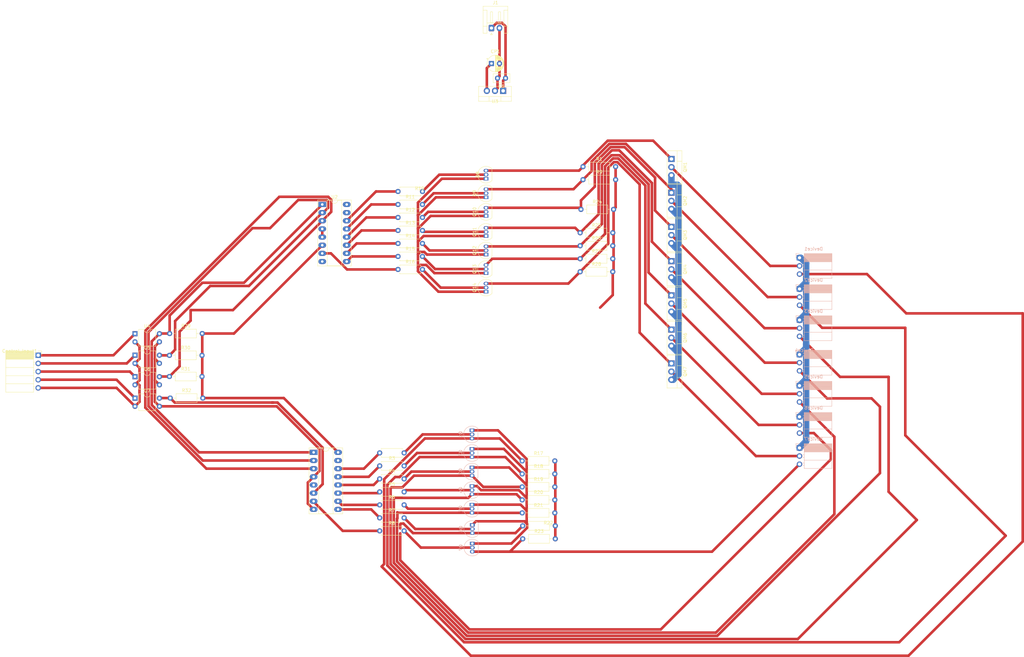
<source format=kicad_pcb>
(kicad_pcb (version 20221018) (generator pcbnew)
  (layers (0 "F.Cu" signal) (31 "B.Cu" signal) (34 "B.Paste" user) (35 "F.Paste" user) (36 "B.SilkS" user "B.Silkscreen") (37 "F.SilkS" user "F.Silkscreen") (38 "B.Mask" user) (39 "F.Mask" user) (44 "Edge.Cuts" user))
  (net 0 "")
  (net 1 "+12V")
  (net 2 "GND")
  (net 3 "PWM")
  (net 4 "A2")
  (net 5 "A1")
  (net 6 "A0")
  (net 7 "+5V")
  (net 8 "D1_Power")
  (net 9 "D1_PWM")
  (net 10 "D2_Power")
  (net 11 "D2_PWM")
  (net 12 "D3_Power")
  (net 13 "D3_PWM")
  (net 14 "D4_Power")
  (net 15 "D4_PWM")
  (net 16 "D5_Power")
  (net 17 "D5_PWM")
  (net 18 "D6_Power")
  (net 19 "D6_PWM")
  (net 20 "D7_Power")
  (net 21 "D7_PWM")
  (net 22 "Net-(Q1-B)")
  (net 23 "Net-(Q2-B)")
  (net 24 "Net-(Q3-B)")
  (net 25 "Net-(Q4-B)")
  (net 26 "Net-(Q5-B)")
  (net 27 "Net-(Q6-B)")
  (net 28 "Net-(Q7-B)")
  (net 29 "Net-(Q8-B)")
  (net 30 "Net-(Q8-C)")
  (net 31 "Net-(Q9-B)")
  (net 32 "Net-(Q9-C)")
  (net 33 "Net-(Q10-B)")
  (net 34 "Net-(Q10-C)")
  (net 35 "Net-(Q11-B)")
  (net 36 "Net-(Q11-C)")
  (net 37 "Net-(Q12-B)")
  (net 38 "Net-(Q12-C)")
  (net 39 "Net-(Q13-B)")
  (net 40 "Net-(Q13-C)")
  (net 41 "Net-(Q14-B)")
  (net 42 "Net-(Q14-C)")
  (net 43 "Net-(U1-~{Y1})")
  (net 44 "Net-(U1-~{Y2})")
  (net 45 "Net-(U1-~{Y3})")
  (net 46 "Net-(U1-~{Y4})")
  (net 47 "Net-(U1-~{Y5})")
  (net 48 "Net-(U1-~{Y6})")
  (net 49 "Net-(U1-~{Y7})")
  (net 50 "Net-(U2-~{Y1})")
  (net 51 "Net-(U2-~{Y2})")
  (net 52 "Net-(U2-~{Y3})")
  (net 53 "Net-(U2-~{Y4})")
  (net 54 "Net-(U2-~{Y5})")
  (net 55 "Net-(U2-~{Y6})")
  (net 56 "Net-(U2-~{Y7})")
  (net 60 "MCU_A0")
  (net 61 "MCU_A1")
  (net 62 "MCU_A2")
  (net 63 "MCU_PWM")
  (net 64 "GNDA")
  (footprint "Resistor_THT:R_Axial_DIN0207_L6.3mm_D2.5mm_P10.16mm_Horizontal" (layer "F.Cu") (at 142.367 93.726)
    (fp_text reference "R28")
    (fp_text value "470")
  )
  (footprint "Resistor_THT:R_Axial_DIN0207_L6.3mm_D2.5mm_P10.16mm_Horizontal" (layer "F.Cu") (at 142.367 89.676)
    (fp_text reference "R27")
    (fp_text value "470")
  )
  (footprint "Resistor_THT:R_Axial_DIN0207_L6.3mm_D2.5mm_P7.62mm_Horizontal" (layer "F.Cu") (at 85.598 68.707)
    (fp_text reference "R10")
    (fp_text value "220")
  )
  (footprint "Package_TO_SOT_THT:TO-92_Inline" (layer "F.Cu") (at 113.03 99.949 90)
    (fp_text reference "Q14")
    (fp_text value "S8050")
  )
  (footprint "Resistor_THT:R_Axial_DIN0207_L6.3mm_D2.5mm_P7.62mm_Horizontal" (layer "F.Cu") (at 85.598 76.807)
    (fp_text reference "R12")
    (fp_text value "220")
  )
  (footprint "Resistor_THT:R_Axial_DIN0207_L6.3mm_D2.5mm_P10.16mm_Horizontal" (layer "F.Cu") (at 124.303 156.734)
    (fp_text reference "R18")
    (fp_text value "470")
  )
  (footprint "Resistor_THT:R_Axial_DIN0207_L6.3mm_D2.5mm_P10.16mm_Horizontal" (layer "F.Cu") (at 124.303 160.784)
    (fp_text reference "R19")
    (fp_text value "470")
  )
  (footprint "Package_TO_SOT_THT:TO-92_Inline" (layer "F.Cu") (at 113.03 82.579 90)
    (fp_text reference "Q11")
    (fp_text value "S8050")
  )
  (footprint "Resistor_THT:R_Axial_DIN0207_L6.3mm_D2.5mm_P7.62mm_Horizontal" (layer "F.Cu") (at 79.883 170.437)
    (fp_text reference "R7")
    (fp_text value "220")
  )
  (footprint "Resistor_THT:R_Axial_DIN0207_L6.3mm_D2.5mm_P10.16mm_Horizontal" (layer "F.Cu") (at 14.351 119.789)
    (fp_text reference "R30")
    (fp_text value "1k")
  )
  (footprint "Resistor_THT:R_Axial_DIN0207_L6.3mm_D2.5mm_P7.62mm_Horizontal" (layer "F.Cu") (at 85.598 93.007)
    (fp_text reference "R16")
    (fp_text value "220")
  )
  (footprint "Resistor_THT:R_Axial_DIN0207_L6.3mm_D2.5mm_P7.62mm_Horizontal" (layer "F.Cu") (at 79.883 162.337)
    (fp_text reference "R5")
    (fp_text value "220")
  )
  (footprint "Package_TO_SOT_THT:TO-220-3_Vertical" (layer "F.Cu") (at 170.815 79.756 -90)
    (fp_text reference "QM3")
    (fp_text value "IRLZ44N")
  )
  (footprint "Package_TO_SOT_THT:TO-92_Inline" (layer "F.Cu") (at 113.03 88.369 90)
    (fp_text reference "Q12")
    (fp_text value "S8050")
  )
  (footprint "Connector_PinSocket_2.54mm:PinSocket_1x05_P2.54mm_Horizontal" (layer "F.Cu") (at -26.543 119.761)
    (fp_text reference "Control_Input1")
    (fp_text value "Conn_01x05_Socket")
  )
  (footprint "Package_TO_SOT_THT:TO-92_Inline" (layer "F.Cu") (at 113.03 70.537 90)
    (fp_text reference "Q9")
    (fp_text value "S8050")
  )
  (footprint "Resistor_THT:R_Axial_DIN0207_L6.3mm_D2.5mm_P7.62mm_Horizontal" (layer "F.Cu") (at 79.883 150.187)
    (fp_text reference "R2" hide)
    (fp_text value "220")
  )
  (footprint "Resistor_THT:R_Axial_DIN0207_L6.3mm_D2.5mm_P10.16mm_Horizontal" (layer "F.Cu") (at 143.256 65.024)
    (fp_text reference "R9")
    (fp_text value "470")
  )
  (footprint "Resistor_THT:R_Axial_DIN0207_L6.3mm_D2.5mm_P10.16mm_Horizontal" (layer "F.Cu") (at 143.256 60.974)
    (fp_text reference "R1")
    (fp_text value "470")
  )
  (footprint "Resistor_THT:R_Axial_DIN0207_L6.3mm_D2.5mm_P10.16mm_Horizontal" (layer "F.Cu") (at 14.351 126.379)
    (fp_text reference "R31")
    (fp_text value "1k")
  )
  (footprint "Resistor_THT:R_Axial_DIN0207_L6.3mm_D2.5mm_P10.16mm_Horizontal" (layer "F.Cu") (at 142.367 85.626)
    (fp_text reference "R26")
    (fp_text value "470")
  )
  (footprint "Package_TO_SOT_THT:TO-220-3_Vertical" (layer "F.Cu") (at 170.815 122.301 -90)
    (fp_text reference "QM7")
    (fp_text value "IRLZ44N")
  )
  (footprint "Resistor_THT:R_Axial_DIN0207_L6.3mm_D2.5mm_P10.16mm_Horizontal" (layer "F.Cu") (at 124.303 168.884)
    (fp_text reference "R21")
    (fp_text value "470")
  )
  (footprint "Resistor_THT:R_Axial_DIN0207_L6.3mm_D2.5mm_P10.16mm_Horizontal" (layer "F.Cu") (at 124.303 164.834)
    (fp_text reference "R20")
    (fp_text value "470")
  )
  (footprint "Resistor_THT:R_Axial_DIN0207_L6.3mm_D2.5mm_P7.62mm_Horizontal" (layer "F.Cu") (at 79.883 166.387)
    (fp_text reference "R6")
    (fp_text value "220")
  )
  (footprint "Package_DIP:DIP-4_W7.62mm" (layer "F.Cu") (at 3.621 133.133)
    (fp_text reference "U7")
    (fp_text value "PC817")
  )
  (footprint "Resistor_THT:R_Axial_DIN0207_L6.3mm_D2.5mm_P7.62mm_Horizontal" (layer "F.Cu") (at 85.598 80.857)
    (fp_text reference "R13")
    (fp_text value "220")
  )
  (footprint "Package_TO_SOT_THT:TO-220-3_Vertical" (layer "F.Cu") (at 170.815 58.583 -90)
    (fp_text reference "QM1")
    (fp_text value "IRLZ44N")
  )
  (footprint "Resistor_THT:R_Axial_DIN0207_L6.3mm_D2.5mm_P7.62mm_Horizontal" (layer "F.Cu") (at 85.598 72.757)
    (fp_text reference "R11")
    (fp_text value "220")
  )
  (footprint "Resistor_THT:R_Axial_DIN0207_L6.3mm_D2.5mm_P7.62mm_Horizontal" (layer "F.Cu") (at 79.883 158.287)
    (fp_text reference "R4")
    (fp_text value "220")
  )
  (footprint "Package_TO_SOT_THT:TO-220-3_Vertical" (layer "F.Cu") (at 170.815 101.092 -90)
    (fp_text reference "QM5")
    (fp_text value "IRLZ44N")
  )
  (footprint "Package_DIP:DIP-16_W7.62mm_Socket_LongPads" (layer "F.Cu") (at 61.986 72.761)
    (fp_text reference "U2")
    (fp_text value "74HC137")
  )
  (footprint "Resistor_THT:R_Axial_DIN0207_L6.3mm_D2.5mm_P7.62mm_Horizontal" (layer "F.Cu") (at 85.598 88.957)
    (fp_text reference "R15")
    (fp_text value "220")
  )
  (footprint "Resistor_THT:R_Axial_DIN0207_L6.3mm_D2.5mm_P10.16mm_Horizontal" (layer "F.Cu") (at 14.421 112.983)
    (fp_text reference "R29")
    (fp_text value "1k")
  )
  (footprint "Package_TO_SOT_THT:TO-220-3_Vertical" (layer "F.Cu") (at 170.815 111.76 -90)
    (fp_text reference "QM6")
    (fp_text value "IRLZ44N")
  )
  (footprint "Package_DIP:DIP-4_W7.62mm" (layer "F.Cu") (at 3.621 113.033)
    (fp_text reference "U4")
    (fp_text value "PC817")
  )
  (footprint "Package_TO_SOT_THT:TO-92_Inline" (layer "F.Cu") (at 113.03 94.159 90)
    (fp_text reference "Q13")
    (fp_text value "S8050")
  )
  (footprint "Package_TO_SOT_THT:TO-220-3_Vertical" (layer "F.Cu") (at 170.815 90.424 -90)
    (fp_text reference "QM4")
    (fp_text value "IRLZ44N")
  )
  (footprint "Package_DIP:DIP-16_W7.62mm_Socket_LongPads" (layer "F.Cu") (at 59.3 150.02)
    (fp_text reference "U1" hide)
    (fp_text value "74HC137")
  )
  (footprint "Package_TO_SOT_THT:TO-220-3_Vertical" (layer "F.Cu") (at 170.815 69.088 -90)
    (fp_text reference "QM2")
    (fp_text value "IRLZ44N")
  )
  (footprint "Capacitor_THT:C_Disc_D5.0mm_W2.5mm_P2.50mm" (layer "F.Cu") (at 119.106 33.401 180)
    (fp_text reference "C1")
    (fp_text value "0.1uF")
  )
  (footprint "Resistor_THT:R_Axial_DIN0207_L6.3mm_D2.5mm_P10.16mm_Horizontal" (layer "F.Cu") (at 14.605 133.096)
    (fp_text reference "R32")
    (fp_text value "1k")
  )
  (footprint "Connector_JST:JST_EH_S2B-EH_1x02_P2.50mm_Horizontal" (layer "F.Cu") (at 114.721 17.78)
    (fp_text reference "J1")
    (fp_text value "JST connector")
  )
  (footprint "Package_TO_SOT_THT:TO-220-3_Vertical" (layer "F.Cu") (at 118.364 37.338 180)
    (fp_text reference "U3")
    (fp_text value "L7805")
  )
  (footprint "Package_TO_SOT_THT:TO-92_Inline" (layer "F.Cu") (at 113.03 76.327 90)
    (fp_text reference "Q10")
    (fp_text value "S8050")
  )
  (footprint "Resistor_THT:R_Axial_DIN0207_L6.3mm_D2.5mm_P10.16mm_Horizontal" (layer "F.Cu") (at 124.46 172.919)
    (fp_text reference "R22")
    (fp_text value "470")
  )
  (footprint "Package_DIP:DIP-4_W7.62mm" (layer "F.Cu") (at 3.621 126.433)
    (fp_text reference "U6")
    (fp_text value "PC817")
  )
  (footprint "Resistor_THT:R_Axial_DIN0207_L6.3mm_D2.5mm_P7.62mm_Horizontal" (layer "F.Cu") (at 79.883 174.487)
    (fp_text reference "R8")
    (fp_text value "220")
  )
  (footprint "Resistor_THT:R_Axial_DIN0207_L6.3mm_D2.5mm_P10.16mm_Horizontal" (layer "F.Cu") (at 142.621 74.295)
    (fp_text reference "R24")
    (fp_text value "470")
  )
  (footprint "Capacitor_THT:CP_Radial_D5.0mm_P2.50mm" (layer "F.Cu") (at 114.721 28.829)
    (fp_text reference "CP1")
    (fp_text value "1uF")
  )
  (footprint "Package_TO_SOT_THT:TO-92_Inline" (layer "F.Cu") (at 113.03 64.747 90)
    (fp_text reference "Q8")
    (fp_text value "S8050")
  )
  (footprint "Resistor_THT:R_Axial_DIN0207_L6.3mm_D2.5mm_P10.16mm_Horizontal" (layer "F.Cu") (at 124.46 176.969)
    (fp_text reference "R23")
    (fp_text value "470")
  )
  (footprint "Resistor_THT:R_Axial_DIN0207_L6.3mm_D2.5mm_P10.16mm_Horizontal" (layer "F.Cu") (at 124.303 152.684)
    (fp_text reference "R17")
    (fp_text value "470")
  )
  (footprint "Resistor_THT:R_Axial_DIN0207_L6.3mm_D2.5mm_P7.62mm_Horizontal" (layer "F.Cu") (at 79.883 154.237)
    (fp_text reference "R3")
    (fp_text value "220")
  )
  (footprint "Resistor_THT:R_Axial_DIN0207_L6.3mm_D2.5mm_P10.16mm_Horizontal" (layer "F.Cu") (at 142.367 81.576)
    (fp_text reference "R25")
    (fp_text value "470")
  )
  (footprint "Resistor_THT:R_Axial_DIN0207_L6.3mm_D2.5mm_P7.62mm_Horizontal" (layer "F.Cu") (at 85.598 84.907)
    (fp_text reference "R14")
    (fp_text value "220")
  )
  (footprint "Package_DIP:DIP-4_W7.62mm" (layer "F.Cu") (at 3.621 119.733)
    (fp_text reference "U5")
    (fp_text value "PC817")
  )
  (footprint "Package_TO_SOT_THT:TO-92_Inline" (layer "B.Cu") (at 108.659 143.156 -90)
    (fp_text reference "Q1")
    (fp_text value "S8050")
  )
  (footprint "Connector_PinSocket_2.54mm:PinSocket_1x03_P2.54mm_Horizontal" (layer "B.Cu") (at 210.728 129.228 180)
    (fp_text reference "Device5")
    (fp_text value "Conn_01x03_Socket")
  )
  (footprint "Package_TO_SOT_THT:TO-92_Inline" (layer "B.Cu") (at 108.659 148.946 -90)
    (fp_text reference "Q2")
    (fp_text value "S8050")
  )
  (footprint "Connector_PinSocket_2.54mm:PinSocket_1x03_P2.54mm_Horizontal" (layer "B.Cu") (at 210.728 138.928 180)
    (fp_text reference "Device6")
    (fp_text value "Conn_01x03_Socket")
  )
  (footprint "Package_TO_SOT_THT:TO-92_Inline" (layer "B.Cu") (at 108.659 160.526 -90)
    (fp_text reference "Q4")
    (fp_text value "S8050")
  )
  (footprint "Connector_PinSocket_2.54mm:PinSocket_1x03_P2.54mm_Horizontal" (layer "B.Cu") (at 210.728 148.628 180)
    (fp_text reference "Device7")
    (fp_text value "Conn_01x03_Socket")
  )
  (footprint "Connector_PinSocket_2.54mm:PinSocket_1x03_P2.54mm_Horizontal" (layer "B.Cu") (at 210.738 89.375 180)
    (fp_text reference "Device1")
    (fp_text value "Conn_01x03_Socket")
  )
  (footprint "Package_TO_SOT_THT:TO-92_Inline" (layer "B.Cu") (at 108.659 166.316 -90)
    (fp_text reference "Q5")
    (fp_text value "S8050")
  )
  (footprint "Connector_PinSocket_2.54mm:PinSocket_1x03_P2.54mm_Horizontal" (layer "B.Cu") (at 210.738 108.775 180)
    (fp_text reference "Device3")
    (fp_text value "Conn_01x03_Socket")
  )
  (footprint "Package_TO_SOT_THT:TO-92_Inline" (layer "B.Cu") (at 108.753 172.641 -90)
    (fp_text reference "Q6")
    (fp_text value "S8050")
  )
  (footprint "Package_TO_SOT_THT:TO-92_Inline" (layer "B.Cu") (at 108.753 178.431 -90)
    (fp_text reference "Q7")
    (fp_text value "S8050")
  )
  (footprint "Connector_PinSocket_2.54mm:PinSocket_1x03_P2.54mm_Horizontal" (layer "B.Cu") (at 210.738 99.075 180)
    (fp_text reference "Device2")
    (fp_text value "Conn_01x03_Socket")
  )
  (footprint "Package_TO_SOT_THT:TO-92_Inline" (layer "B.Cu") (at 108.659 154.736 -90)
    (fp_text reference "Q3")
    (fp_text value "S8050")
  )
  (footprint "Connector_PinSocket_2.54mm:PinSocket_1x03_P2.54mm_Horizontal" (layer "B.Cu") (at 210.728 119.528 180)
    (fp_text reference "Device4")
    (fp_text value "Conn_01x03_Socket")
  )
  (segment (start 119.106 17.252) (end 119.106 33.401) (width 0.8) (layer "F.Cu") (net 1))
  (segment (start 118.035247 16.181247) (end 119.106 17.252) (width 0.8) (layer "F.Cu") (net 1))
  (segment (start 116.319753 16.181247) (end 118.035247 16.181247) (width 0.8) (layer "F.Cu") (net 1))
  (segment (start 118.364 34.143) (end 119.106 33.401) (width 0.8) (layer "F.Cu") (net 1))
  (segment (start 118.364 37.338) (end 118.364 34.143) (width 0.8) (layer "F.Cu") (net 1))
  (segment (start 114.721 17.78) (end 116.319753 16.181247) (width 0.8) (layer "F.Cu") (net 1))
  (segment (start 212.8 127.156) (end 210.728 129.228) (width 2) (layer "B.Cu") (net 1))
  (segment (start 212.8 106.713) (end 212.8 116.2) (width 2) (layer "B.Cu") (net 1))
  (segment (start 212.8 136.856) (end 212.8 146.556) (width 2) (layer "B.Cu") (net 1))
  (segment (start 212.8 136.856) (end 210.728 138.928) (width 2) (layer "B.Cu") (net 1))
  (segment (start 212.8 106.713) (end 210.738 108.775) (width 2) (layer "B.Cu") (net 1))
  (segment (start 212.8 146.556) (end 210.728 148.628) (width 2) (layer "B.Cu") (net 1))
  (segment (start 212.8 116.2) (end 212.8 117.456) (width 2) (layer "B.Cu") (net 1))
  (segment (start 212.8 97.013) (end 210.738 99.075) (width 2) (layer "B.Cu") (net 1))
  (segment (start 212.8 116.2) (end 212.8 127.156) (width 2) (layer "B.Cu") (net 1))
  (segment (start 211.097138 89.375) (end 212.8 91.077862) (width 2) (layer "B.Cu") (net 1))
  (segment (start 210.738 89.375) (end 211.097138 89.375) (width 2) (layer "B.Cu") (net 1))
  (segment (start 212.8 97.013) (end 212.8 106.713) (width 2) (layer "B.Cu") (net 1))
  (segment (start 212.8 117.456) (end 210.728 119.528) (width 2) (layer "B.Cu") (net 1))
  (segment (start 212.8 91.077862) (end 212.8 97.013) (width 2) (layer "B.Cu") (net 1))
  (segment (start 212.8 127.156) (end 212.8 136.856) (width 2) (layer "B.Cu") (net 1))
  (segment (start 94.602786 88.369) (end 93.790786 87.557) (width 0.8) (layer "F.Cu") (net 2))
  (segment (start 125.86 173.498899) (end 125.86 172.339101) (width 0.8) (layer "F.Cu") (net 2))
  (segment (start 9.841 120.873) (end 11.241 122.273) (width 0.8) (layer "F.Cu") (net 2))
  (segment (start 117.221 32.786) (end 116.606 33.401) (width 0.8) (layer "F.Cu") (net 2))
  (segment (start 113.03 88.369) (end 94.602786 88.369) (width 0.8) (layer "F.Cu") (net 2))
  (segment (start 125.703 164.254101) (end 125.703 160.204101) (width 0.8) (layer "F.Cu") (net 2))
  (segment (start 120.234899 154.736) (end 108.659 154.736) (width 0.8) (layer "F.Cu") (net 2))
  (segment (start 9.841 116.973) (end 9.841 120.873) (width 0.8) (layer "F.Cu") (net 2))
  (segment (start 92.075 88.011) (end 91.818 87.754) (width 0.8) (layer "F.Cu") (net 2))
  (segment (start 125.51045 171.98955) (end 125.020899 171.5) (width 0.8) (layer "F.Cu") (net 2))
  (segment (start 47.801528 135.673) (end 61.1 148.971472) (width 0.8) (layer "F.Cu") (net 2))
  (segment (start 125.703 171.797) (end 125.703 168.213899) (width 0.8) (layer "F.Cu") (net 2))
  (segment (start 92.076607 84.075607) (end 93.573214 82.579) (width 0.8) (layer "F.Cu") (net 2))
  (segment (start 91.818 84.334214) (end 92.076607 84.075607) (width 0.8) (layer "F.Cu") (net 2))
  (segment (start 116.606 36.556) (end 115.824 37.338) (width 0.8) (layer "F.Cu") (net 2))
  (segment (start 110.209 160.526) (end 108.659 160.526) (width 0.8) (layer "F.Cu") (net 2))
  (segment (start 125.703 156.063899) (end 125.703 161.1) (width 0.8) (layer "F.Cu") (net 2))
  (segment (start 99.255214 64.747) (end 113.03 64.747) (width 0.8) (layer "F.Cu") (net 2))
  (segment (start 91.818 92.434214) (end 92.645214 91.607) (width 0.8) (layer "F.Cu") (net 2))
  (segment (start 123.248899 161.8) (end 111.483 161.8) (width 0.8) (layer "F.Cu") (net 2))
  (segment (start 116.754899 143.156) (end 108.659 143.156) (width 0.8) (layer "F.Cu") (net 2))
  (segment (start 94.401 91.607) (end 96.953 94.159) (width 0.8) (layer "F.Cu") (net 2))
  (segment (start 125.703 168.213899) (end 123.805101 166.316) (width 0.8) (layer "F.Cu") (net 2))
  (segment (start 97.410786 70.537) (end 113.03 70.537) (width 0.8) (layer "F.Cu") (net 2))
  (segment (start 9.841 127.573) (end 9.841 134.273) (width 0.8) (layer "F.Cu") (net 2))
  (segment (start 91.818 80.284214) (end 91.818 76.129786) (width 0.8) (layer "F.Cu") (net 2))
  (segment (start 61.986 82.921) (end 61.986 80.381) (width 0.8) (layer "F.Cu") (net 2))
  (segment (start 93.790786 87.557) (end 92.529 87.557) (width 0.8) (layer "F.Cu") (net 2))
  (segment (start 91.818 88.268) (end 91.818 92.434214) (width 0.8) (layer "F.Cu") (net 2))
  (segment (start 92.075 88.011) (end 91.818 88.268) (width 0.8) (layer "F.Cu") (net 2))
  (segment (start 93.573214 82.579) (end 113.03 82.579) (width 0.8) (layer "F.Cu") (net 2))
  (segment (start 91.818 72.184214) (end 99.255214 64.747) (width 0.8) (layer "F.Cu") (net 2))
  (segment (start 96.953 94.159) (end 113.03 94.159) (width 0.8) (layer "F.Cu") (net 2))
  (segment (start 92.076607 84.075607) (end 91.818 83.817) (width 0.8) (layer "F.Cu") (net 2))
  (segment (start 111.483 161.8) (end 110.209 160.526) (width 0.8) (layer "F.Cu") (net 2))
  (segment (start 92.645214 91.607) (end 94.401 91.607) (width 0.8) (layer "F.Cu") (net 2))
  (segment (start 108.659 148.946) (end 118.585101 148.946) (width 0.8) (layer "F.Cu") (net 2))
  (segment (start 125.020899 171.5) (end 109.894 171.5) (width 0.8) (layer "F.Cu") (net 2))
  (segment (start 9.841 134.273) (end 11.241 135.673) (width 0.8) (layer "F.Cu") (net 2))
  (segment (start 109.894 171.5) (end 108.753 172.641) (width 0.8) (layer "F.Cu") (net 2))
  (segment (start 91.818 83.817) (end 91.818 80.284214) (width 0.8) (layer "F.Cu") (net 2))
  (segment (start 91.818 80.284214) (end 95.775214 76.327) (width 0.8) (layer "F.Cu") (net 2))
  (segment (start 113.03 99.949) (end 98.187214 99.949) (width 0.8) (layer "F.Cu") (net 2))
  (segment (start 91.818 87.754) (end 91.818 84.334214) (width 0.8) (layer "F.Cu") (net 2))
  (segment (start 57.5 159.44) (end 57.5 166) (width 0.8) (layer "F.Cu") (net 2))
  (segment (start 91.818 76.129786) (end 97.410786 70.537) (width 0.8) (layer "F.Cu") (net 2))
  (segment (start 9.841 127.573) (end 11.241 128.973) (width 0.8) (layer "F.Cu") (net 2))
  (segment (start 125.703 152.104101) (end 116.754899 143.156) (width 0.8) (layer "F.Cu") (net 2))
  (segment (start 92.529 87.557) (end 92.075 88.011) (width 0.8) (layer "F.Cu") (net 2))
  (segment (start 117.221 17.78) (end 117.221 32.786) (width 0.8) (layer "F.Cu") (net 2))
  (segment (start 120.927899 178.431) (end 125.86 173.498899) (width 0.8) (layer "F.Cu") (net 2))
  (segment (start 91.818 76.129786) (end 91.818 72.184214) (width 0.8) (layer "F.Cu") (net 2))
  (segment (start 116.606 33.401) (end 116.606 36.556) (width 0.8) (layer "F.Cu") (net 2))
  (segment (start 11.241 135.673) (end 47.801528 135.673) (width 0.8) (layer "F.Cu") (net 2))
  (segment (start 11.241 115.573) (end 9.841 116.973) (width 0.8) (layer "F.Cu") (net 2))
  (segment (start 125.86 172.339101) (end 125.51045 171.98955) (width 0.8) (layer "F.Cu") (net 2))
  (segment (start 57.5 166) (end 59.3 167.8) (width 0.8) (layer "F.Cu") (net 2))
  (segment (start 123.805101 166.316) (end 108.659 166.316) (width 0.8) (layer "F.Cu") (net 2))
  (segment (start 125.703 164.254101) (end 123.248899 161.8) (width 0.8) (layer "F.Cu") (net 2))
  (segment (start 61.1 155.84) (end 59.3 157.64) (width 0.8) (layer "F.Cu") (net 2))
  (segment (start 108.753 178.431) (end 120.927899 178.431) (width 0.8) (layer "F.Cu") (net 2))
  (segment (start 98.187214 99.949) (end 91.818 93.579786) (width 0.8) (layer "F.Cu") (net 2))
  (segment (start 125.703 168.213899) (end 125.703 164.254101) (width 0.8) (layer "F.Cu") (net 2))
  (segment (start 118.585101 148.946) (end 125.703 156.063899) (width 0.8) (layer "F.Cu") (net 2))
  (segment (start 125.51045 171.98955) (end 125.703 171.797) (width 0.8) (layer "F.Cu") (net 2))
  (segment (start 9.841 120.873) (end 9.841 127.573) (width 0.8) (layer "F.Cu") (net 2))
  (segment (start 59.3 157.64) (end 57.5 159.44) (width 0.8) (layer "F.Cu") (net 2))
  (segment (start 61.1 148.971472) (end 61.1 155.84) (width 0.8) (layer "F.Cu") (net 2))
  (segment (start 91.818 93.579786) (end 91.818 92.434214) (width 0.8) (layer "F.Cu") (net 2))
  (segment (start 95.775214 76.327) (end 113.03 76.327) (width 0.8) (layer "F.Cu") (net 2))
  (segment (start 125.703 156.063899) (end 125.703 152.104101) (width 0.8) (layer "F.Cu") (net 2))
  (segment (start 125.703 160.204101) (end 120.234899 154.736) (width 0.8) (layer "F.Cu") (net 2))
  (segment (start 170.815 74.168) (end 173.015 76.368) (width 2) (layer "B.Cu") (net 2))
  (segment (start 173.015 119.04) (end 173.015 110) (width 2) (layer "B.Cu") (net 2))
  (segment (start 173.015 110) (end 173.015 108.372) (width 2) (layer "B.Cu") (net 2))
  (segment (start 170.815 84.836) (end 171.9895 86.0105) (width 2) (layer "B.Cu") (net 2))
  (segment (start 173.015 110) (end 173.015 97.704) (width 2) (layer "B.Cu") (net 2))
  (segment (start 173.015 125.732595) (end 173.015 119.04) (width 2) (layer "B.Cu") (net 2))
  (segment (start 173.015 66.9355) (end 173.015 76.368) (width 2) (layer "B.Cu") (net 2))
  (segment (start 173.015 108.372) (end 170.815 106.172) (width 2) (layer "B.Cu") (net 2))
  (segment (start 173.015 87.036) (end 173.015 97.704) (width 2) (layer "B.Cu") (net 2))
  (segment (start 173.015 76.368) (end 173.015 84.985) (width 2) (layer "B.Cu") (net 2))
  (segment (start 171.9895 86.0105) (end 173.015 87.036) (width 2) (layer "B.Cu") (net 2))
  (segment (start 171.366595 127.381) (end 173.015 125.732595) (width 2) (layer "B.Cu") (net 2))
  (segment (start 170.815 63.663) (end 170.815 66.6155) (width 2) (layer "B.Cu") (net 2))
  (segment (start 170.815 66.6155) (end 172.695 66.6155) (width 2) (layer "B.Cu") (net 2))
  (segment (start 173.015 97.704) (end 170.815 95.504) (width 2) (layer "B.Cu") (net 2))
  (segment (start 172.695 66.6155) (end 173.015 66.9355) (width 2) (layer "B.Cu") (net 2))
  (segment (start 173.015 84.985) (end 171.9895 86.0105) (width 2) (layer "B.Cu") (net 2))
  (segment (start 173.015 119.04) (end 170.815 116.84) (width 2) (layer "B.Cu") (net 2))
  (segment (start 170.815 127.381) (end 171.366595 127.381) (width 2) (layer "B.Cu") (net 2))
  (segment (start 46.739 134.496) (end 16.005 134.496) (width 0.8) (layer "F.Cu") (net 3))
  (segment (start 62.100001 148.557259) (end 48.038742 134.496) (width 0.8) (layer "F.Cu") (net 3))
  (segment (start 62.100001 159.919999) (end 62.100001 148.557259) (width 0.8) (layer "F.Cu") (net 3))
  (segment (start 59.3 162.72) (end 62.100001 159.919999) (width 0.8) (layer "F.Cu") (net 3))
  (segment (start 48.038742 134.496) (end 46.228 134.496) (width 0.8) (layer "F.Cu") (net 3))
  (segment (start 14.605 133.096) (end 11.278 133.096) (width 0.8) (layer "F.Cu") (net 3))
  (segment (start 11.278 133.096) (end 11.241 133.133) (width 0.8) (layer "F.Cu") (net 3))
  (segment (start 16.005 134.496) (end 14.605 133.096) (width 0.8) (layer "F.Cu") (net 3))
  (segment (start 64.786001 71.298259) (end 64.786 75.041) (width 0.8) (layer "F.Cu") (net 4))
  (segment (start 11.295 126.379) (end 11.241 126.433) (width 0.8) (layer "F.Cu") (net 4))
  (segment (start 6.840999 112.123573) (end 48.603572 70.361) (width 0.8) (layer "F.Cu") (net 4))
  (segment (start 48.603572 70.361) (end 63.848742 70.361) (width 0.8) (layer "F.Cu") (net 4))
  (segment (start 63.848742 70.361) (end 64.786001 71.298259) (width 0.8) (layer "F.Cu") (net 4))
  (segment (start 64.786 75.041) (end 61.986 77.841) (width 0.8) (layer "F.Cu") (net 4))
  (segment (start 59.3 155.1) (end 25.866786 155.1) (width 0.8) (layer "F.Cu") (net 4))
  (segment (start 61.986 77.841) (end 34.154393 105.672607) (width 0.8) (layer "F.Cu") (net 4))
  (segment (start 25.866786 155.1) (end 6.841 136.074214) (width 0.8) (layer "F.Cu") (net 4))
  (segment (start 20.963607 105.672607) (end 20.963607 108.957393) (width 0.8) (layer "F.Cu") (net 4))
  (segment (start 20.963607 108.957393) (end 17.526 112.395) (width 0.8) (layer "F.Cu") (net 4))
  (segment (start 34.154393 105.672607) (end 20.963607 105.672607) (width 0.8) (layer "F.Cu") (net 4))
  (segment (start 14.351 126.379) (end 11.295 126.379) (width 0.8) (layer "F.Cu") (net 4))
  (segment (start 17.526 112.395) (end 17.526 123.204) (width 0.8) (layer "F.Cu") (net 4))
  (segment (start 17.526 123.204) (end 14.351 126.379) (width 0.8) (layer "F.Cu") (net 4))
  (segment (start 6.841 136.074214) (end 6.840999 112.123573) (width 0.8) (layer "F.Cu") (net 4))
  (segment (start 24.741 152.56) (end 7.841 135.66) (width 0.8) (layer "F.Cu") (net 5))
  (segment (start 63.786 71.712472) (end 63.786 73.809528) (width 0.8) (layer "F.Cu") (net 5))
  (segment (start 7.841 112.537786) (end 40.241786 80.137) (width 0.8) (layer "F.Cu") (net 5))
  (segment (start 39.132 98.155) (end 27.067 98.155) (width 0.8) (layer "F.Cu") (net 5))
  (segment (start 62.294528 75.301) (end 61.986 75.301) (width 0.8) (layer "F.Cu") (net 5))
  (segment (start 63.434528 71.361) (end 63.786 71.712472) (width 0.8) (layer "F.Cu") (net 5))
  (segment (start 11.297 119.789) (end 11.241 119.733) (width 0.8) (layer "F.Cu") (net 5))
  (segment (start 14.351 119.789) (end 11.297 119.789) (width 0.8) (layer "F.Cu") (net 5))
  (segment (start 16.129 118.011) (end 14.351 119.789) (width 0.8) (layer "F.Cu") (net 5))
  (segment (start 63.786 73.809528) (end 62.294528 75.301) (width 0.8) (layer "F.Cu") (net 5))
  (segment (start 59.3 152.56) (end 24.741 152.56) (width 0.8) (layer "F.Cu") (net 5))
  (segment (start 61.986 75.301) (end 39.132 98.155) (width 0.8) (layer "F.Cu") (net 5))
  (segment (start 7.841 135.66) (end 7.841 112.537786) (width 0.8) (layer "F.Cu") (net 5))
  (segment (start 45.72 80.137) (end 54.496 71.361) (width 0.8) (layer "F.Cu") (net 5))
  (segment (start 40.241786 80.137) (end 45.72 80.137) (width 0.8) (layer "F.Cu") (net 5))
  (segment (start 27.067 98.155) (end 16.129 109.093) (width 0.8) (layer "F.Cu") (net 5))
  (segment (start 16.129 109.093) (end 16.129 118.011) (width 0.8) (layer "F.Cu") (net 5))
  (segment (start 54.496 71.361) (end 63.434528 71.361) (width 0.8) (layer "F.Cu") (net 5))
  (segment (start 23.615214 150.02) (end 8.841 135.245786) (width 0.8) (layer "F.Cu") (net 6))
  (segment (start 8.841 115.433) (end 11.241 113.033) (width 0.8) (layer "F.Cu") (net 6))
  (segment (start 14.421 107.372) (end 14.421 112.983) (width 0.8) (layer "F.Cu") (net 6))
  (segment (start 61.986 72.761) (end 37.592 97.155) (width 0.8) (layer "F.Cu") (net 6))
  (segment (start 11.291 112.983) (end 11.241 113.033) (width 0.8) (layer "F.Cu") (net 6))
  (segment (start 59.3 150.02) (end 23.615214 150.02) (width 0.8) (layer "F.Cu") (net 6))
  (segment (start 24.638 97.155) (end 14.421 107.372) (width 0.8) (layer "F.Cu") (net 6))
  (segment (start 14.421 112.983) (end 11.291 112.983) (width 0.8) (layer "F.Cu") (net 6))
  (segment (start 8.841 135.245786) (end 8.841 115.433) (width 0.8) (layer "F.Cu") (net 6))
  (segment (start 37.592 97.155) (end 24.638 97.155) (width 0.8) (layer "F.Cu") (net 6))
  (segment (start 113.284 30.266) (end 114.721 28.829) (width 0.8) (layer "F.Cu") (net 7))
  (segment (start 153.416 60.974) (end 153.416 65.024) (width 0.8) (layer "F.Cu") (net 7))
  (segment (start 24.581 112.983) (end 34.464 112.983) (width 0.8) (layer "F.Cu") (net 7))
  (segment (start 34.464 112.983) (end 61.986 85.461) (width 0.8) (layer "F.Cu") (net 7))
  (segment (start 24.581 132.912) (end 24.765 133.096) (width 0.8) (layer "F.Cu") (net 7))
  (segment (start 153.416 73.66) (end 152.781 74.295) (width 0.8) (layer "F.Cu") (net 7))
  (segment (start 152.781 74.295) (end 152.781 93.472) (width 0.8) (layer "F.Cu") (net 7))
  (segment (start 24.581 112.983) (end 24.581 132.912) (width 0.8) (layer "F.Cu") (net 7))
  (segment (start 113.284 37.338) (end 113.284 30.266) (width 0.8) (layer "F.Cu") (net 7))
  (segment (start 152.781 93.472) (end 152.527 93.726) (width 0.8) (layer "F.Cu") (net 7))
  (segment (start 134.62 152.841) (end 134.463 152.684) (width 0.8) (layer "F.Cu") (net 7))
  (segment (start 49.996 133.096) (end 66.92 150.02) (width 0.8) (layer "F.Cu") (net 7))
  (segment (start 152.527 100.965) (end 148.59 104.902) (width 0.8) (layer "F.Cu") (net 7))
  (segment (start 134.62 176.969) (end 134.62 152.841) (width 0.8) (layer "F.Cu") (net 7))
  (segment (start 153.416 65.024) (end 153.416 73.66) (width 0.8) (layer "F.Cu") (net 7))
  (segment (start 152.527 93.726) (end 152.527 100.965) (width 0.8) (layer "F.Cu") (net 7))
  (segment (start 24.765 133.096) (end 49.996 133.096) (width 0.8) (layer "F.Cu") (net 7))
  (segment (start 201.607 91.915) (end 170.815 61.123) (width 0.8) (layer "F.Cu") (net 8))
  (segment (start 210.738 91.915) (end 201.607 91.915) (width 0.8) (layer "F.Cu") (net 8))
  (segment (start 244 106.7) (end 231.755 94.455) (width 0.8) (layer "F.Cu") (net 9))
  (segment (start 244.7 213.4) (end 280.3 177.8) (width 0.8) (layer "F.Cu") (net 9))
  (segment (start 280.3 106.7) (end 244 106.7) (width 0.8) (layer "F.Cu") (net 9))
  (segment (start 231.755 94.455) (end 210.738 94.455) (width 0.8) (layer "F.Cu") (net 9))
  (segment (start 117.315 145.696) (end 124.303 152.684) (width 0.8) (layer "F.Cu") (net 9))
  (segment (start 81.283 158.386899) (end 81.283 184.817) (width 0.8) (layer "F.Cu") (net 9))
  (segment (start 280.3 177.8) (end 280.3 106.7) (width 0.8) (layer "F.Cu") (net 9))
  (segment (start 80.5 185.6) (end 108.3 213.4) (width 0.8) (layer "F.Cu") (net 9))
  (segment (start 108.3 213.4) (end 244.7 213.4) (width 0.8) (layer "F.Cu") (net 9))
  (segment (start 81.283 184.817) (end 80.5 185.6) (width 0.8) (layer "F.Cu") (net 9))
  (segment (start 108.659 145.696) (end 93.973899 145.696) (width 0.8) (layer "F.Cu") (net 9))
  (segment (start 108.659 145.696) (end 117.315 145.696) (width 0.8) (layer "F.Cu") (net 9))
  (segment (start 93.973899 145.696) (end 81.283 158.386899) (width 0.8) (layer "F.Cu") (net 9))
  (segment (start 200.802 101.615) (end 210.738 101.615) (width 0.8) (layer "F.Cu") (net 10))
  (segment (start 170.815 71.628) (end 200.802 101.615) (width 0.8) (layer "F.Cu") (net 10))
  (segment (start 241.8 209.2) (end 275 176) (width 0.8) (layer "F.Cu") (net 11))
  (segment (start 106.2 209.2) (end 241.8 209.2) (width 0.8) (layer "F.Cu") (net 11))
  (segment (start 92.324101 151.486) (end 86.103 157.707101) (width 0.8) (layer "F.Cu") (net 11))
  (segment (start 82.283 160.117) (end 82.283 185.283) (width 0.8) (layer "F.Cu") (net 11))
  (segment (start 108.659 151.486) (end 119.055 151.486) (width 0.8) (layer "F.Cu") (net 11))
  (segment (start 84.692899 157.707101) (end 82.283 160.117) (width 0.8) (layer "F.Cu") (net 11))
  (segment (start 217.783 111.2) (end 210.738 104.155) (width 0.8) (layer "F.Cu") (net 11))
  (segment (start 119.055 151.486) (end 124.303 156.734) (width 0.8) (layer "F.Cu") (net 11))
  (segment (start 275 176) (end 243.7 144.7) (width 0.8) (layer "F.Cu") (net 11))
  (segment (start 86.103 157.707101) (end 84.692899 157.707101) (width 0.8) (layer "F.Cu") (net 11))
  (segment (start 108.659 151.486) (end 92.324101 151.486) (width 0.8) (layer "F.Cu") (net 11))
  (segment (start 82.283 185.283) (end 106.2 209.2) (width 0.8) (layer "F.Cu") (net 11))
  (segment (start 243.7 144.7) (end 243.7 111.2) (width 0.8) (layer "F.Cu") (net 11))
  (segment (start 243.7 111.2) (end 217.783 111.2) (width 0.8) (layer "F.Cu") (net 11))
  (segment (start 210.738 111.315) (end 199.834 111.315) (width 0.8) (layer "F.Cu") (net 12))
  (segment (start 199.834 111.315) (end 170.815 82.296) (width 0.8) (layer "F.Cu") (net 12))
  (segment (start 112.167 160.784) (end 108.659 157.276) (width 0.8) (layer "F.Cu") (net 13))
  (segment (start 247.3 171.1) (end 210.2 208.2) (width 0.8) (layer "F.Cu") (net 13))
  (segment (start 83.283 161.2) (end 83.546 160.937) (width 0.8) (layer "F.Cu") (net 13))
  (segment (start 86.923101 160.937) (end 90.584101 157.276) (width 0.8) (layer "F.Cu") (net 13))
  (segment (start 124.303 160.784) (end 112.167 160.784) (width 0.8) (layer "F.Cu") (net 13))
  (segment (start 83.546 160.937) (end 86.923101 160.937) (width 0.8) (layer "F.Cu") (net 13))
  (segment (start 83.283 184.868786) (end 83.283 161.2) (width 0.8) (layer "F.Cu") (net 13))
  (segment (start 238.5 162.3) (end 247.3 171.1) (width 0.8) (layer "F.Cu") (net 13))
  (segment (start 223.383 126.5) (end 238.5 126.5) (width 0.8) (layer "F.Cu") (net 13))
  (segment (start 106.614214 208.2) (end 83.283 184.868786) (width 0.8) (layer "F.Cu") (net 13))
  (segment (start 210.2 208.2) (end 106.614214 208.2) (width 0.8) (layer "F.Cu") (net 13))
  (segment (start 210.738 113.855) (end 223.383 126.5) (width 0.8) (layer "F.Cu") (net 13))
  (segment (start 238.5 126.5) (end 238.5 162.3) (width 0.8) (layer "F.Cu") (net 13))
  (segment (start 90.584101 157.276) (end 108.659 157.276) (width 0.8) (layer "F.Cu") (net 13))
  (segment (start 170.815 92.964) (end 199.919 122.068) (width 0.8) (layer "F.Cu") (net 14))
  (segment (start 199.919 122.068) (end 210.728 122.068) (width 0.8) (layer "F.Cu") (net 14))
  (segment (start 219.32 133.2) (end 210.728 124.608) (width 0.8) (layer "F.Cu") (net 15))
  (segment (start 235.8 156.5) (end 235.8 135.8) (width 0.8) (layer "F.Cu") (net 15))
  (segment (start 185.1 207.2) (end 235.8 156.5) (width 0.8) (layer "F.Cu") (net 15))
  (segment (start 122.535 163.066) (end 124.303 164.834) (width 0.8) (layer "F.Cu") (net 15))
  (segment (start 107.028428 207.2) (end 185.1 207.2) (width 0.8) (layer "F.Cu") (net 15))
  (segment (start 235.8 135.8) (end 233.2 133.2) (width 0.8) (layer "F.Cu") (net 15))
  (segment (start 107.525 164.2) (end 84.283 164.2) (width 0.8) (layer "F.Cu") (net 15))
  (segment (start 84.283 184.454572) (end 107.028428 207.2) (width 0.8) (layer "F.Cu") (net 15))
  (segment (start 108.659 163.066) (end 122.535 163.066) (width 0.8) (layer "F.Cu") (net 15))
  (segment (start 233.2 133.2) (end 219.32 133.2) (width 0.8) (layer "F.Cu") (net 15))
  (segment (start 84.283 164.2) (end 84.283 184.454572) (width 0.8) (layer "F.Cu") (net 15))
  (segment (start 108.659 163.066) (end 107.525 164.2) (width 0.8) (layer "F.Cu") (net 15))
  (segment (start 210.728 131.768) (end 198.951 131.768) (width 0.8) (layer "F.Cu") (net 16))
  (segment (start 198.951 131.768) (end 170.815 103.632) (width 0.8) (layer "F.Cu") (net 16))
  (segment (start 184.685786 206.2) (end 107.442642 206.2) (width 0.8) (layer "F.Cu") (net 17))
  (segment (start 221.592893 145.172893) (end 221.592893 169.292893) (width 0.8) (layer "F.Cu") (net 17))
  (segment (start 85.283 184.040358) (end 85.283 170.677101) (width 0.8) (layer "F.Cu") (net 17))
  (segment (start 108.687 168.884) (end 108.659 168.856) (width 0.8) (layer "F.Cu") (net 17))
  (segment (start 85.283 170.677101) (end 85.4 170.560101) (width 0.8) (layer "F.Cu") (net 17))
  (segment (start 85.4 168.7) (end 85.556 168.856) (width 0.8) (layer "F.Cu") (net 17))
  (segment (start 85.4 170.560101) (end 85.4 168.7) (width 0.8) (layer "F.Cu") (net 17))
  (segment (start 107.442642 206.2) (end 85.283 184.040358) (width 0.8) (layer "F.Cu") (net 17))
  (segment (start 221.592893 169.292893) (end 184.685786 206.2) (width 0.8) (layer "F.Cu") (net 17))
  (segment (start 124.303 168.884) (end 108.687 168.884) (width 0.8) (layer "F.Cu") (net 17))
  (segment (start 85.556 168.856) (end 108.659 168.856) (width 0.8) (layer "F.Cu") (net 17))
  (segment (start 210.728 134.308) (end 221.592893 145.172893) (width 0.8) (layer "F.Cu") (net 17))
  (segment (start 197.983 141.468) (end 210.728 141.468) (width 0.8) (layer "F.Cu") (net 18))
  (segment (start 170.815 114.3) (end 197.983 141.468) (width 0.8) (layer "F.Cu") (net 18))
  (segment (start 122.198 175.181) (end 124.46 172.919) (width 0.8) (layer "F.Cu") (net 19))
  (segment (start 210.728 144.008) (end 215.208 144.008) (width 0.8) (layer "F.Cu") (net 19))
  (segment (start 108.753 175.181) (end 122.198 175.181) (width 0.8) (layer "F.Cu") (net 19))
  (segment (start 86.283 183.626144) (end 86.283 175.246899) (width 0.8) (layer "F.Cu") (net 19))
  (segment (start 220.5 149.3) (end 220.5 152.2) (width 0.8) (layer "F.Cu") (net 19))
  (segment (start 90.267101 175.181) (end 87.286101 172.2) (width 0.8) (layer "F.Cu") (net 19))
  (segment (start 107.856856 205.2) (end 86.283 183.626144) (width 0.8) (layer "F.Cu") (net 19))
  (segment (start 220.5 152.2) (end 167.5 205.2) (width 0.8) (layer "F.Cu") (net 19))
  (segment (start 86.283 172.417) (end 86.283 173.727101) (width 0.8) (layer "F.Cu") (net 19))
  (segment (start 86.5 172.2) (end 86.283 172.417) (width 0.8) (layer "F.Cu") (net 19))
  (segment (start 108.753 175.181) (end 90.267101 175.181) (width 0.8) (layer "F.Cu") (net 19))
  (segment (start 215.208 144.008) (end 220.5 149.3) (width 0.8) (layer "F.Cu") (net 19))
  (segment (start 87.286101 172.2) (end 86.5 172.2) (width 0.8) (layer "F.Cu") (net 19))
  (segment (start 167.5 205.2) (end 107.856856 205.2) (width 0.8) (layer "F.Cu") (net 19))
  (segment (start 210.728 151.168) (end 197.142 151.168) (width 0.8) (layer "F.Cu") (net 20))
  (segment (start 197.142 151.168) (end 170.815 124.841) (width 0.8) (layer "F.Cu") (net 20))
  (segment (start 108.753 180.971) (end 120.458 180.971) (width 0.8) (layer "F.Cu") (net 21))
  (segment (start 120.458 180.971) (end 124.46 176.969) (width 0.8) (layer "F.Cu") (net 21))
  (segment (start 183.465 180.971) (end 210.728 153.708) (width 0.8) (layer "F.Cu") (net 21))
  (segment (start 108.753 180.971) (end 183.465 180.971) (width 0.8) (layer "F.Cu") (net 21))
  (segment (start 93.264 144.426) (end 108.659 144.426) (width 0.8) (layer "F.Cu") (net 22))
  (segment (start 87.503 150.187) (end 93.264 144.426) (width 0.8) (layer "F.Cu") (net 22))
  (segment (start 91.524 150.216) (end 108.659 150.216) (width 0.8) (layer "F.Cu") (net 23))
  (segment (start 87.503 154.237) (end 91.524 150.216) (width 0.8) (layer "F.Cu") (net 23))
  (segment (start 108.659 156.006) (end 89.784 156.006) (width 0.8) (layer "F.Cu") (net 24))
  (segment (start 89.784 156.006) (end 87.503 158.287) (width 0.8) (layer "F.Cu") (net 24))
  (segment (start 87.503 162.337) (end 88.044 161.796) (width 0.8) (layer "F.Cu") (net 25))
  (segment (start 88.044 161.796) (end 108.659 161.796) (width 0.8) (layer "F.Cu") (net 25))
  (segment (start 88.702 167.586) (end 87.503 166.387) (width 0.8) (layer "F.Cu") (net 26))
  (segment (start 108.659 167.586) (end 88.702 167.586) (width 0.8) (layer "F.Cu") (net 26))
  (segment (start 90.977 173.911) (end 108.753 173.911) (width 0.8) (layer "F.Cu") (net 27))
  (segment (start 87.503 170.437) (end 90.977 173.911) (width 0.8) (layer "F.Cu") (net 27))
  (segment (start 92.717 179.701) (end 108.753 179.701) (width 0.8) (layer "F.Cu") (net 28))
  (segment (start 87.503 174.487) (end 92.717 179.701) (width 0.8) (layer "F.Cu") (net 28))
  (segment (start 98.448 63.477) (end 113.03 63.477) (width 0.8) (layer "F.Cu") (net 29))
  (segment (start 93.218 68.707) (end 98.448 63.477) (width 0.8) (layer "F.Cu") (net 29))
  (segment (start 113.03 62.207) (end 142.023 62.207) (width 0.8) (layer "F.Cu") (net 30))
  (segment (start 142.023 62.207) (end 143.256 60.974) (width 0.8) (layer "F.Cu") (net 30))
  (segment (start 170.815 58.583) (end 165.111999 52.879999) (width 0.8) (layer "F.Cu") (net 30))
  (segment (start 165.111999 52.879999) (end 150.955001 52.879999) (width 0.8) (layer "F.Cu") (net 30))
  (segment (start 150.955001 52.879999) (end 143.256 60.579) (width 0.8) (layer "F.Cu") (net 30))
  (segment (start 143.256 60.579) (end 143.256 60.974) (width 0.8) (layer "F.Cu") (net 30))
  (segment (start 113.03 69.267) (end 96.708 69.267) (width 0.8) (layer "F.Cu") (net 31))
  (segment (start 96.708 69.267) (end 93.218 72.757) (width 0.8) (layer "F.Cu") (net 31))
  (segment (start 151.427359 53.879999) (end 156.640213 53.879999) (width 0.8) (layer "F.Cu") (net 32))
  (segment (start 143.256 65.024) (end 145.939 62.341) (width 0.8) (layer "F.Cu") (net 32))
  (segment (start 145.939 62.341) (end 145.938999 59.368359) (width 0.8) (layer "F.Cu") (net 32))
  (segment (start 113.03 67.997) (end 140.283 67.997) (width 0.8) (layer "F.Cu") (net 32))
  (segment (start 145.938999 59.368359) (end 151.427359 53.879999) (width 0.8) (layer "F.Cu") (net 32))
  (segment (start 140.283 67.997) (end 143.256 65.024) (width 0.8) (layer "F.Cu") (net 32))
  (segment (start 170.815 68.054786) (end 170.815 69.088) (width 0.8) (layer "F.Cu") (net 32))
  (segment (start 156.640213 53.879999) (end 170.815 68.054786) (width 0.8) (layer "F.Cu") (net 32))
  (segment (start 113.03 75.057) (end 94.968 75.057) (width 0.8) (layer "F.Cu") (net 33))
  (segment (start 94.968 75.057) (end 93.218 76.807) (width 0.8) (layer "F.Cu") (net 33))
  (segment (start 165.719001 64.373001) (end 156.226 54.88) (width 0.8) (layer "F.Cu") (net 34))
  (segment (start 165.719001 74.660001) (end 165.719001 64.373001) (width 0.8) (layer "F.Cu") (net 34))
  (segment (start 146.939 59.782572) (end 146.939 67.183) (width 0.8) (layer "F.Cu") (net 34))
  (segment (start 113.03 73.787) (end 142.113 73.787) (width 0.8) (layer "F.Cu") (net 34))
  (segment (start 151.841573 54.879999) (end 146.939 59.782572) (width 0.8) (layer "F.Cu") (net 34))
  (segment (start 146.939 67.183) (end 142.621 71.501) (width 0.8) (layer "F.Cu") (net 34))
  (segment (start 142.621 71.501) (end 142.621 74.295) (width 0.8) (layer "F.Cu") (net 34))
  (segment (start 156.226 54.88) (end 151.841573 54.879999) (width 0.8) (layer "F.Cu") (net 34))
  (segment (start 142.113 73.787) (end 142.621 74.295) (width 0.8) (layer "F.Cu") (net 34))
  (segment (start 170.815 79.756) (end 165.719001 74.660001) (width 0.8) (layer "F.Cu") (net 34))
  (segment (start 113.03 81.309) (end 113.001 81.28) (width 0.8) (layer "F.Cu") (net 35))
  (segment (start 113.001 81.28) (end 93.641 81.28) (width 0.8) (layer "F.Cu") (net 35))
  (segment (start 93.641 81.28) (end 93.218 80.857) (width 0.8) (layer "F.Cu") (net 35))
  (segment (start 148.127 75.816) (end 148.126998 60.008788) (width 0.8) (layer "F.Cu") (net 36))
  (segment (start 140.83 80.039) (end 142.367 81.576) (width 0.8) (layer "F.Cu") (net 36))
  (segment (start 152.255786 55.88) (end 154.537428 55.88) (width 0.8) (layer "F.Cu") (net 36))
  (segment (start 113.03 80.039) (end 140.83 80.039) (width 0.8) (layer "F.Cu") (net 36))
  (segment (start 148.126998 60.008788) (end 152.255786 55.88) (width 0.8) (layer "F.Cu") (net 36))
  (segment (start 164.719 66.061572) (end 164.719 84.328) (width 0.8) (layer "F.Cu") (net 36))
  (segment (start 154.537428 55.88) (end 164.719 66.061572) (width 0.8) (layer "F.Cu") (net 36))
  (segment (start 142.367 81.576) (end 148.127 75.816) (width 0.8) (layer "F.Cu") (net 36))
  (segment (start 164.719 84.328) (end 170.815 90.424) (width 0.8) (layer "F.Cu") (net 36))
  (segment (start 93.218 84.907) (end 95.41 87.099) (width 0.8) (layer "F.Cu") (net 37))
  (segment (start 95.41 87.099) (end 113.03 87.099) (width 0.8) (layer "F.Cu") (net 37))
  (segment (start 113.03 85.829) (end 142.164 85.829) (width 0.8) (layer "F.Cu") (net 38))
  (segment (start 170.815 101.092) (end 163.687 93.964) (width 0.8) (layer "F.Cu") (net 38))
  (segment (start 163.687 93.964) (end 163.687 66.443786) (width 0.8) (layer "F.Cu") (net 38))
  (segment (start 154.663213 57.419999) (end 152.130001 57.419999) (width 0.8) (layer "F.Cu") (net 38))
  (segment (start 149.127 78.866) (end 142.367 85.626) (width 0.8) (layer "F.Cu") (net 38))
  (segment (start 163.687 66.443786) (end 154.663213 57.419999) (width 0.8) (layer "F.Cu") (net 38))
  (segment (start 142.164 85.829) (end 142.367 85.626) (width 0.8) (layer "F.Cu") (net 38))
  (segment (start 152.130001 57.419999) (end 149.126999 60.423001) (width 0.8) (layer "F.Cu") (net 38))
  (segment (start 149.126999 60.423001) (end 149.127 78.866) (width 0.8) (layer "F.Cu") (net 38))
  (segment (start 97.15 92.889) (end 113.03 92.889) (width 0.8) (layer "F.Cu") (net 39))
  (segment (start 93.218 88.957) (end 97.15 92.889) (width 0.8) (layer "F.Cu") (net 39))
  (segment (start 142.367 89.676) (end 150.127 81.916) (width 0.8) (layer "F.Cu") (net 40))
  (segment (start 154.249 58.42) (end 162.687 66.858) (width 0.8) (layer "F.Cu") (net 40))
  (segment (start 162.687 66.858) (end 162.687 103.632) (width 0.8) (layer "F.Cu") (net 40))
  (segment (start 150.127 81.916) (end 150.127 60.876) (width 0.8) (layer "F.Cu") (net 40))
  (segment (start 152.583 58.42) (end 154.249 58.42) (width 0.8) (layer "F.Cu") (net 40))
  (segment (start 114.973 89.676) (end 113.03 91.619) (width 0.8) (layer "F.Cu") (net 40))
  (segment (start 142.367 89.676) (end 114.973 89.676) (width 0.8) (layer "F.Cu") (net 40))
  (segment (start 150.127 60.876) (end 152.583 58.42) (width 0.8) (layer "F.Cu") (net 40))
  (segment (start 162.687 103.632) (end 170.815 111.76) (width 0.8) (layer "F.Cu") (net 40))
  (segment (start 98.89 98.679) (end 113.03 98.679) (width 0.8) (layer "F.Cu") (net 41))
  (segment (start 93.218 93.007) (end 98.89 98.679) (width 0.8) (layer "F.Cu") (net 41))
  (segment (start 160.909 112.695821) (end 170.514179 122.301) (width 0.8) (layer "F.Cu") (net 42))
  (segment (start 160.909 66.494214) (end 160.909 112.695821) (width 0.8) (layer "F.Cu") (net 42))
  (segment (start 151.127 84.966) (end 151.127 61.290214) (width 0.8) (layer "F.Cu") (net 42))
  (segment (start 142.367 93.726) (end 151.127 84.966) (width 0.8) (layer "F.Cu") (net 42))
  (segment (start 170.514179 122.301) (end 170.815 122.301) (width 0.8) (layer "F.Cu") (net 42))
  (segment (start 151.127 61.290214) (end 152.854214 59.563) (width 0.8) (layer "F.Cu") (net 42))
  (segment (start 152.854214 59.563) (end 153.977786 59.563) (width 0.8) (layer "F.Cu") (net 42))
  (segment (start 138.684 97.409) (end 142.367 93.726) (width 0.8) (layer "F.Cu") (net 42))
  (segment (start 113.03 97.409) (end 138.684 97.409) (width 0.8) (layer "F.Cu") (net 42))
  (segment (start 153.977786 59.563) (end 160.909 66.494214) (width 0.8) (layer "F.Cu") (net 42))
  (segment (start 66.92 155.1) (end 74.97 155.1) (width 0.8) (layer "F.Cu") (net 43))
  (segment (start 74.97 155.1) (end 79.883 150.187) (width 0.8) (layer "F.Cu") (net 43))
  (segment (start 76.48 157.64) (end 79.883 154.237) (width 0.8) (layer "F.Cu") (net 44))
  (segment (start 66.92 157.64) (end 76.48 157.64) (width 0.8) (layer "F.Cu") (net 44))
  (segment (start 79.883 158.287) (end 77.99 160.18) (width 0.8) (layer "F.Cu") (net 45))
  (segment (start 77.99 160.18) (end 66.92 160.18) (width 0.8) (layer "F.Cu") (net 45))
  (segment (start 66.92 162.72) (end 79.5 162.72) (width 0.8) (layer "F.Cu") (net 46))
  (segment (start 79.5 162.72) (end 79.883 162.337) (width 0.8) (layer "F.Cu") (net 46))
  (segment (start 68.047 166.387) (end 66.92 165.26) (width 0.8) (layer "F.Cu") (net 47))
  (segment (start 79.883 166.387) (end 68.047 166.387) (width 0.8) (layer "F.Cu") (net 47))
  (segment (start 77.246 167.8) (end 79.883 170.437) (width 0.8) (layer "F.Cu") (net 48))
  (segment (start 66.92 167.8) (end 77.246 167.8) (width 0.8) (layer "F.Cu") (net 48))
  (segment (start 59.3 165.420101) (end 59.3 165.26) (width 0.8) (layer "F.Cu") (net 49))
  (segment (start 79.883 174.487) (end 68.366899 174.487) (width 0.8) (layer "F.Cu") (net 49))
  (segment (start 68.366899 174.487) (end 59.3 165.420101) (width 0.8) (layer "F.Cu") (net 49))
  (segment (start 78.74 68.707) (end 69.606 77.841) (width 0.8) (layer "F.Cu") (net 50))
  (segment (start 85.598 68.707) (end 78.74 68.707) (width 0.8) (layer "F.Cu") (net 50))
  (segment (start 77.23 72.757) (end 69.606 80.381) (width 0.8) (layer "F.Cu") (net 51))
  (segment (start 85.598 72.757) (end 77.23 72.757) (width 0.8) (layer "F.Cu") (net 51))
  (segment (start 75.72 76.807) (end 69.606 82.921) (width 0.8) (layer "F.Cu") (net 52))
  (segment (start 85.598 76.807) (end 75.72 76.807) (width 0.8) (layer "F.Cu") (net 52))
  (segment (start 74.21 80.857) (end 69.606 85.461) (width 0.8) (layer "F.Cu") (net 53))
  (segment (start 85.598 80.857) (end 74.21 80.857) (width 0.8) (layer "F.Cu") (net 53))
  (segment (start 85.598 84.907) (end 72.7 84.907) (width 0.8) (layer "F.Cu") (net 54))
  (segment (start 72.7 84.907) (end 69.606 88.001) (width 0.8) (layer "F.Cu") (net 54))
  (segment (start 71.19 88.957) (end 69.606 90.541) (width 0.8) (layer "F.Cu") (net 55))
  (segment (start 85.598 88.957) (end 71.19 88.957) (width 0.8) (layer "F.Cu") (net 55))
  (segment (start 69.699214 93.007) (end 64.693214 88.001) (width 0.8) (layer "F.Cu") (net 56))
  (segment (start 64.693214 88.001) (end 61.986 88.001) (width 0.8) (layer "F.Cu") (net 56))
  (segment (start 85.598 93.007) (end 69.699214 93.007) (width 0.8) (layer "F.Cu") (net 56))
  (segment (start -3.107 119.761) (end 3.621 113.033) (width 0.8) (layer "F.Cu") (net 60))
  (segment (start -26.543 119.761) (end -3.107 119.761) (width 0.8) (layer "F.Cu") (net 60))
  (segment (start -26.543 122.301) (end 1.053 122.301) (width 0.8) (layer "F.Cu") (net 61))
  (segment (start 1.053 122.301) (end 3.621 119.733) (width 0.8) (layer "F.Cu") (net 61))
  (segment (start 2.029 124.841) (end 3.621 126.433) (width 0.8) (layer "F.Cu") (net 62))
  (segment (start -26.543 124.841) (end 2.029 124.841) (width 0.8) (layer "F.Cu") (net 62))
  (segment (start -26.543 127.381) (end -2.131 127.381) (width 0.8) (layer "F.Cu") (net 63))
  (segment (start -2.131 127.381) (end 3.621 133.133) (width 0.8) (layer "F.Cu") (net 63))
  (segment (start 4.2575 128.3365) (end 5.021 129.1) (width 0.8) (layer "F.Cu") (net 64))
  (segment (start 5.021 129.1) (end 5.021 134.273) (width 0.8) (layer "F.Cu") (net 64))
  (segment (start -26.543 129.921) (end -2.131 129.921) (width 0.8) (layer "F.Cu") (net 64))
  (segment (start 5.021 120.873) (end 3.621 122.273) (width 0.8) (layer "F.Cu") (net 64))
  (segment (start 5.021 123.673) (end 5.021 127.573) (width 0.8) (layer "F.Cu") (net 64))
  (segment (start 4.2575 128.3365) (end 3.621 128.973) (width 0.8) (layer "F.Cu") (net 64))
  (segment (start 5.021 116.973) (end 5.021 120.873) (width 0.8) (layer "F.Cu") (net 64))
  (segment (start 3.621 122.273) (end 5.021 123.673) (width 0.8) (layer "F.Cu") (net 64))
  (segment (start -2.131 129.921) (end 3.621 135.673) (width 0.8) (layer "F.Cu") (net 64))
  (segment (start 5.021 134.273) (end 3.621 135.673) (width 0.8) (layer "F.Cu") (net 64))
  (segment (start 3.621 115.573) (end 5.021 116.973) (width 0.8) (layer "F.Cu") (net 64))
  (segment (start 5.021 127.573) (end 4.2575 128.3365) (width 0.8) (layer "F.Cu") (net 64))
)
</source>
